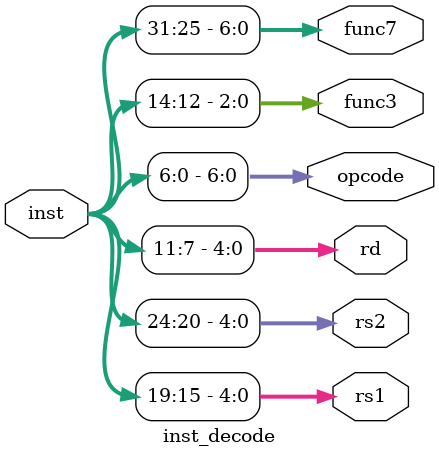
<source format=v>
module inst_decode(
    input [31:0] inst,
    output [4:0] rs1, rs2, rd,
    output [6:0] opcode,
    output [2:0] func3,
    output [6:0] func7
    //output [31:0] imm
);
    assign opcode = inst[6:0];
    assign rd = inst[11:7];
    assign func3 = inst[14:12];
    assign rs1 = inst[19:15];
    assign rs2 = inst[24:20];
    assign func7 = inst[31:25];

    
endmodule

</source>
